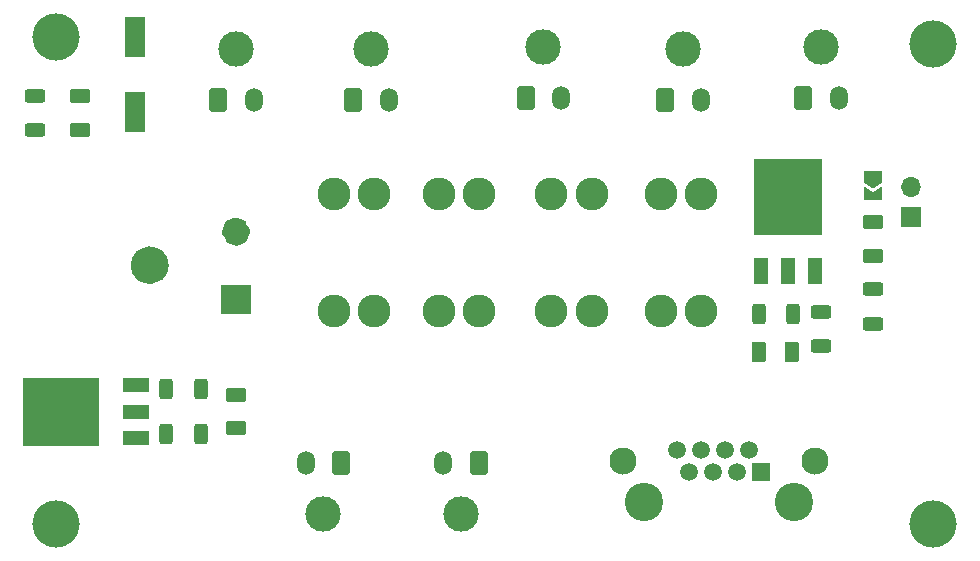
<source format=gts>
%TF.GenerationSoftware,KiCad,Pcbnew,(6.0.4)*%
%TF.CreationDate,2023-05-16T23:09:25-04:00*%
%TF.ProjectId,PROTO_PCB,50524f54-4f5f-4504-9342-2e6b69636164,rev?*%
%TF.SameCoordinates,Original*%
%TF.FileFunction,Soldermask,Top*%
%TF.FilePolarity,Negative*%
%FSLAX46Y46*%
G04 Gerber Fmt 4.6, Leading zero omitted, Abs format (unit mm)*
G04 Created by KiCad (PCBNEW (6.0.4)) date 2023-05-16 23:09:25*
%MOMM*%
%LPD*%
G01*
G04 APERTURE LIST*
G04 Aperture macros list*
%AMRoundRect*
0 Rectangle with rounded corners*
0 $1 Rounding radius*
0 $2 $3 $4 $5 $6 $7 $8 $9 X,Y pos of 4 corners*
0 Add a 4 corners polygon primitive as box body*
4,1,4,$2,$3,$4,$5,$6,$7,$8,$9,$2,$3,0*
0 Add four circle primitives for the rounded corners*
1,1,$1+$1,$2,$3*
1,1,$1+$1,$4,$5*
1,1,$1+$1,$6,$7*
1,1,$1+$1,$8,$9*
0 Add four rect primitives between the rounded corners*
20,1,$1+$1,$2,$3,$4,$5,0*
20,1,$1+$1,$4,$5,$6,$7,0*
20,1,$1+$1,$6,$7,$8,$9,0*
20,1,$1+$1,$8,$9,$2,$3,0*%
%AMFreePoly0*
4,1,6,1.000000,0.000000,0.500000,-0.750000,-0.500000,-0.750000,-0.500000,0.750000,0.500000,0.750000,1.000000,0.000000,1.000000,0.000000,$1*%
%AMFreePoly1*
4,1,6,0.500000,-0.750000,-0.650000,-0.750000,-0.150000,0.000000,-0.650000,0.750000,0.500000,0.750000,0.500000,-0.750000,0.500000,-0.750000,$1*%
G04 Aperture macros list end*
%ADD10C,1.226200*%
%ADD11C,1.626200*%
%ADD12C,0.010000*%
%ADD13C,4.000000*%
%ADD14R,1.800000X3.400000*%
%ADD15RoundRect,0.250000X-0.625000X0.375000X-0.625000X-0.375000X0.625000X-0.375000X0.625000X0.375000X0*%
%ADD16RoundRect,0.250000X0.375000X0.625000X-0.375000X0.625000X-0.375000X-0.625000X0.375000X-0.625000X0*%
%ADD17C,2.780000*%
%ADD18C,3.000000*%
%ADD19RoundRect,0.250000X0.500000X0.760000X-0.500000X0.760000X-0.500000X-0.760000X0.500000X-0.760000X0*%
%ADD20O,1.500000X2.020000*%
%ADD21RoundRect,0.250000X-0.500000X-0.760000X0.500000X-0.760000X0.500000X0.760000X-0.500000X0.760000X0*%
%ADD22R,2.200000X1.200000*%
%ADD23R,6.400000X5.800000*%
%ADD24R,1.200000X2.200000*%
%ADD25R,5.800000X6.400000*%
%ADD26RoundRect,0.249999X0.312501X0.625001X-0.312501X0.625001X-0.312501X-0.625001X0.312501X-0.625001X0*%
%ADD27RoundRect,0.249999X-0.312501X-0.625001X0.312501X-0.625001X0.312501X0.625001X-0.312501X0.625001X0*%
%ADD28RoundRect,0.249999X0.625001X-0.312501X0.625001X0.312501X-0.625001X0.312501X-0.625001X-0.312501X0*%
%ADD29RoundRect,0.250000X0.625000X-0.375000X0.625000X0.375000X-0.625000X0.375000X-0.625000X-0.375000X0*%
%ADD30C,3.100000*%
%ADD31RoundRect,0.249999X-0.625001X0.312501X-0.625001X-0.312501X0.625001X-0.312501X0.625001X0.312501X0*%
%ADD32C,3.250000*%
%ADD33R,1.500000X1.500000*%
%ADD34C,1.500000*%
%ADD35C,2.300000*%
%ADD36FreePoly0,270.000000*%
%ADD37FreePoly1,270.000000*%
%ADD38R,1.700000X1.700000*%
%ADD39O,1.700000X1.700000*%
G04 APERTURE END LIST*
D10*
X61954100Y-120665000D02*
G75*
G03*
X61954100Y-120665000I-613100J0D01*
G01*
D11*
X54854100Y-123515000D02*
G75*
G03*
X54854100Y-123515000I-813100J0D01*
G01*
G36*
X62567200Y-127591200D02*
G01*
X60114800Y-127591200D01*
X60114800Y-125138800D01*
X62567200Y-125138800D01*
X62567200Y-127591200D01*
G37*
D12*
X62567200Y-127591200D02*
X60114800Y-127591200D01*
X60114800Y-125138800D01*
X62567200Y-125138800D01*
X62567200Y-127591200D01*
D13*
X46101000Y-104140000D03*
X46101000Y-145415000D03*
D14*
X52832000Y-110490000D03*
X52832000Y-104140000D03*
D15*
X61341000Y-134490000D03*
X61341000Y-137290000D03*
D16*
X108461000Y-130810000D03*
X105661000Y-130810000D03*
D17*
X73025000Y-117475000D03*
X69625000Y-117475000D03*
X69625000Y-127395000D03*
X73025000Y-127395000D03*
X100711000Y-117475000D03*
X97311000Y-117475000D03*
X100711000Y-127395000D03*
X97311000Y-127395000D03*
D13*
X120396000Y-104775000D03*
X120396000Y-145415000D03*
D18*
X80391000Y-144528000D03*
D19*
X81891000Y-140208000D03*
D20*
X78891000Y-140208000D03*
D18*
X68731000Y-144528000D03*
D19*
X70231000Y-140208000D03*
D20*
X67231000Y-140208000D03*
D18*
X61341000Y-105156000D03*
D21*
X59841000Y-109476000D03*
D20*
X62841000Y-109476000D03*
D18*
X99187000Y-105156000D03*
D21*
X97687000Y-109476000D03*
D20*
X100687000Y-109476000D03*
D18*
X87376000Y-105060000D03*
D21*
X85876000Y-109380000D03*
D20*
X88876000Y-109380000D03*
D18*
X110871000Y-105060000D03*
D21*
X109371000Y-109380000D03*
D20*
X112371000Y-109380000D03*
D22*
X52841000Y-138170000D03*
D23*
X46541000Y-135890000D03*
D22*
X52841000Y-135890000D03*
X52841000Y-133610000D03*
D24*
X105796000Y-124005000D03*
X108076000Y-124005000D03*
D25*
X108076000Y-117705000D03*
D24*
X110356000Y-124005000D03*
D26*
X58358500Y-133985000D03*
X55433500Y-133985000D03*
D27*
X55433500Y-137795000D03*
X58358500Y-137795000D03*
D28*
X110871000Y-130367500D03*
X110871000Y-127442500D03*
D27*
X105598500Y-127635000D03*
X108523500Y-127635000D03*
D17*
X91456769Y-117475000D03*
X88056769Y-117475000D03*
X88056769Y-127395000D03*
X91456769Y-127395000D03*
D29*
X115316000Y-122685000D03*
X115316000Y-119885000D03*
D28*
X115316000Y-128462500D03*
X115316000Y-125537500D03*
D17*
X81915000Y-117475000D03*
X78515000Y-117475000D03*
X78515000Y-127395000D03*
X81915000Y-127395000D03*
D30*
X54041000Y-123515000D03*
D18*
X72771000Y-105156000D03*
D21*
X71271000Y-109476000D03*
D20*
X74271000Y-109476000D03*
D29*
X48133000Y-112017000D03*
X48133000Y-109217000D03*
D31*
X44323000Y-109154500D03*
X44323000Y-112079500D03*
D32*
X108581000Y-143510000D03*
X95881000Y-143510000D03*
D33*
X105791000Y-140970000D03*
D34*
X104775000Y-139190000D03*
X103759000Y-140970000D03*
X102743000Y-139190000D03*
X101727000Y-140970000D03*
X100711000Y-139190000D03*
X99695000Y-140970000D03*
X98679000Y-139190000D03*
D35*
X110361000Y-140080000D03*
X94101000Y-140080000D03*
D36*
X115316000Y-116025000D03*
D37*
X115316000Y-117475000D03*
D38*
X118491000Y-119380000D03*
D39*
X118491000Y-116840000D03*
M02*

</source>
